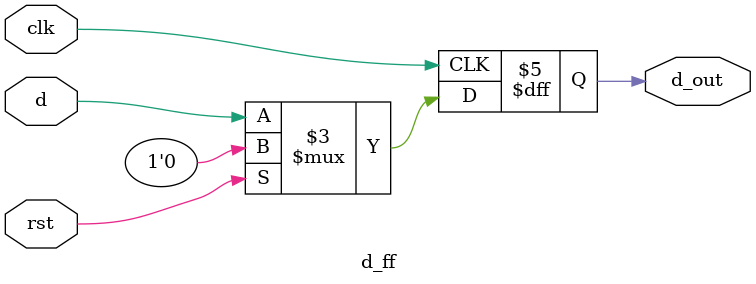
<source format=sv>
module d_ff(input clk,rst,d, output reg d_out);
  always@(posedge clk)begin
    if(rst)
      d_out<=0;
    else d_out<=d;
  end
      
endmodule

</source>
